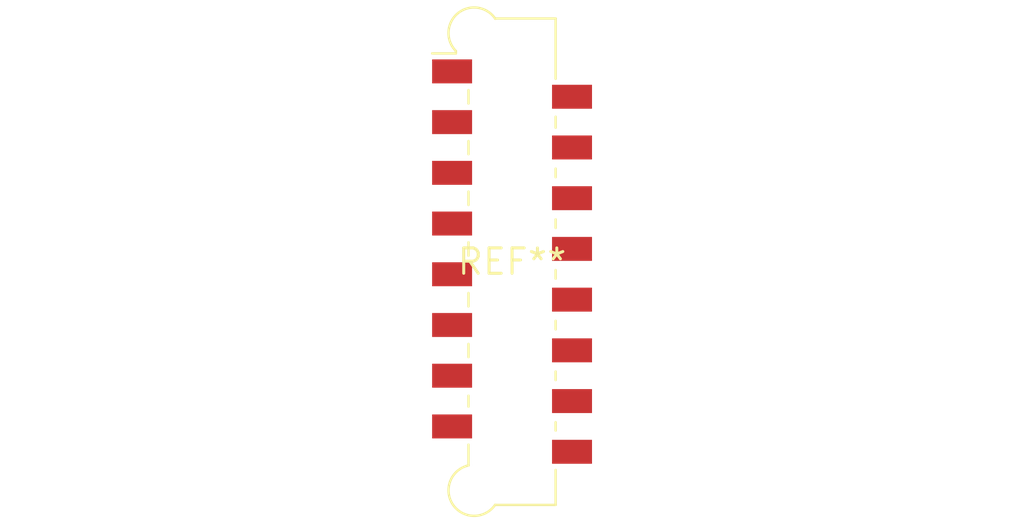
<source format=kicad_pcb>
(kicad_pcb (version 20240108) (generator pcbnew)
  (layers (0 "F.Cu" signal) (31 "B.Cu" signal) (34 "B.Paste" user) (35 "F.Paste" user) (36 "B.SilkS" user "B.Silkscreen") (37 "F.SilkS" user "F.Silkscreen") (38 "B.Mask" user) (39 "F.Mask" user) (44 "Edge.Cuts" user))
  (net 0 "")
  (footprint "Molex_Picoflex_90814-0016_2x08_P1.27mm_Vertical" (layer "F.Cu") (at 0 0)
    (property "Reference" "REF**")
    (property "Value" "Molex_Picoflex_90814-0016_2x08_P1.27mm_Vertical")
    (fp_line (start -2.81 -10.55) (end -2.81 -10.43) (layer "F.SilkS") (stroke (width 0.12)))
    (fp_line (start -2.81 -10.43) (end -4 -10.43) (layer "F.SilkS") (stroke (width 0.12)))
    (fp_line (start -2.18 -7.92) (end -2.18 -8.59) (layer "F.SilkS") (stroke (width 0.12)))
    (fp_line (start -2.18 -5.38) (end -2.18 -6.04) (layer "F.SilkS") (stroke (width 0.12)))
    (fp_line (start -2.18 -2.84) (end -2.18 -3.51) (layer "F.SilkS") (stroke (width 0.12)))
    (fp_line (start -2.18 -0.3) (end -2.18 -0.97) (layer "F.SilkS") (stroke (width 0.12)))
    (fp_line (start -2.18 2.24) (end -2.18 1.57) (layer "F.SilkS") (stroke (width 0.12)))
    (fp_line (start -2.18 4.78) (end -2.18 4.12) (layer "F.SilkS") (stroke (width 0.12)))
    (fp_line (start -2.18 7.26) (end -2.18 6.71) (layer "F.SilkS") (stroke (width 0.12)))
    (fp_line (start -2.18 10.2) (end -2.18 9.16) (layer "F.SilkS") (stroke (width 0.12)))
    (fp_line (start 2.18 -12.18) (end -0.82 -12.18) (layer "F.SilkS") (stroke (width 0.12)))
    (fp_line (start 2.18 -12.18) (end 2.18 -9.16) (layer "F.SilkS") (stroke (width 0.12)))
    (fp_line (start 2.18 -7.26) (end 2.18 -6.71) (layer "F.SilkS") (stroke (width 0.12)))
    (fp_line (start 2.18 -4.66) (end 2.18 -4.23) (layer "F.SilkS") (stroke (width 0.12)))
    (fp_line (start 2.18 -2.12) (end 2.18 -1.69) (layer "F.SilkS") (stroke (width 0.12)))
    (fp_line (start 2.18 0.42) (end 2.18 0.85) (layer "F.SilkS") (stroke (width 0.12)))
    (fp_line (start 2.18 2.96) (end 2.18 3.39) (layer "F.SilkS") (stroke (width 0.12)))
    (fp_line (start 2.18 5.5) (end 2.18 5.93) (layer "F.SilkS") (stroke (width 0.12)))
    (fp_line (start 2.18 8.04) (end 2.18 8.46) (layer "F.SilkS") (stroke (width 0.12)))
    (fp_line (start 2.18 10.43) (end 2.18 12.18) (layer "F.SilkS") (stroke (width 0.12)))
    (fp_line (start 2.18 12.18) (end -0.85 12.18) (layer "F.SilkS") (stroke (width 0.12)))
    (fp_arc (start -2.81 -10.55) (mid -2.708637 -12.442072) (end -0.834991 -12.159828) (layer "F.SilkS") (stroke (width 0.12)))
    (fp_arc (start -0.85 12.18) (mid -2.962791 12.161248) (end -2.174424 10.200964) (layer "F.SilkS") (stroke (width 0.12)))
    (pad "" np_thru_hole circle (at -1.9 -11.45) (size 1.9 1.9) (drill 1.9) (layers *.Cu *.Mask))
    (pad "" np_thru_hole circle (at -1.9 11.45) (size 1.9 1.9) (drill 1.9) (layers *.Cu *.Mask))
    (pad "1" smd rect (at -3 -9.53) (size 2 1.2) (layers "F.Cu" "F.Paste" "F.Mask"))
    (pad "2" smd rect (at 3 -8.26) (size 2 1.2) (layers "F.Cu" "F.Paste" "F.Mask"))
    (pad "3" smd rect (at -3 -6.99) (size 2 1.2) (layers "F.Cu" "F.Paste" "F.Mask"))
    (pad "4" smd rect (at 3 -5.72) (size 2 1.2) (layers "F.Cu" "F.Paste" "F.Mask"))
    (pad "5" smd rect (at -3 -4.45) (size 2 1.2) (layers "F.Cu" "F.Paste" "F.Mask"))
    (pad "6" smd rect (at 3 -3.18) (size 2 1.2) (layers "F.Cu" "F.Paste" "F.Mask"))
    (pad "7" smd rect (at -3 -1.91) (size 2 1.2) (layers "F.Cu" "F.Paste" "F.Mask"))
    (pad "8" smd rect (at 3 -0.64) (size 2 1.2) (layers "F.Cu" "F.Paste" "F.Mask"))
    (pad "9" smd rect (at -3 0.63) (size 2 1.2) (layers "F.Cu" "F.Paste" "F.Mask"))
    (pad "10" smd rect (at 3 1.9) (size 2 1.2) (layers "F.Cu" "F.Paste" "F.Mask"))
    (pad "11" smd rect (at -3 3.17) (size 2 1.2) (layers "F.Cu" "F.Paste" "F.Mask"))
    (pad "12" smd rect (at 3 4.44) (size 2 1.2) (layers "F.Cu" "F.Paste" "F.Mask"))
    (pad "13" smd rect (at -3 5.71) (size 2 1.2) (layers "F.Cu" "F.Paste" "F.Mask"))
    (pad "14" smd rect (at 3 6.98) (size 2 1.2) (layers "F.Cu" "F.Paste" "F.Mask"))
    (pad "15" smd rect (at -3 8.25) (size 2 1.2) (layers "F.Cu" "F.Paste" "F.Mask"))
    (pad "16" smd rect (at 3 9.52) (size 2 1.2) (layers "F.Cu" "F.Paste" "F.Mask"))
  )
)
</source>
